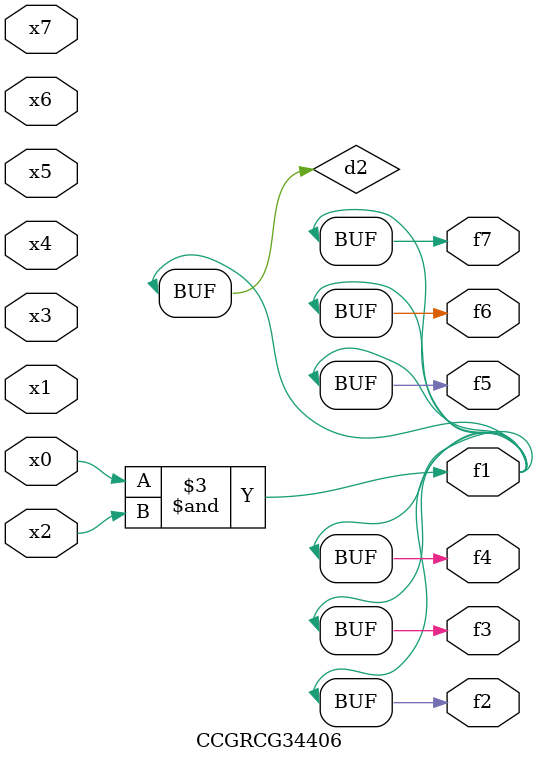
<source format=v>
module CCGRCG34406(
	input x0, x1, x2, x3, x4, x5, x6, x7,
	output f1, f2, f3, f4, f5, f6, f7
);

	wire d1, d2;

	nor (d1, x3, x6);
	and (d2, x0, x2);
	assign f1 = d2;
	assign f2 = d2;
	assign f3 = d2;
	assign f4 = d2;
	assign f5 = d2;
	assign f6 = d2;
	assign f7 = d2;
endmodule

</source>
